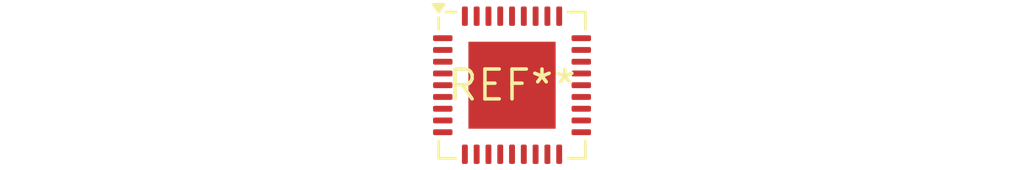
<source format=kicad_pcb>
(kicad_pcb (version 20240108) (generator pcbnew)
  (layers (0 "F.Cu" signal) (31 "B.Cu" signal) (34 "B.Paste" user) (35 "F.Paste" user) (36 "B.SilkS" user "B.Silkscreen") (37 "F.SilkS" user "F.Silkscreen") (38 "B.Mask" user) (39 "F.Mask" user) (44 "Edge.Cuts" user))
  (net 0 "")
  (footprint "QFN-36-1EP_6x6mm_P0.5mm_EP3.7x3.7mm" (layer "F.Cu") (at 0 0)
    (property "Reference" "REF**")
    (property "Value" "QFN-36-1EP_6x6mm_P0.5mm_EP3.7x3.7mm")
    (fp_line (start -3.11 -2.385) (end -3.11 -2.87) (layer "F.SilkS") (stroke (width 0.12)))
    (fp_line (start -3.11 3.11) (end -3.11 2.385) (layer "F.SilkS") (stroke (width 0.12)))
    (fp_line (start -2.385 -3.11) (end -2.81 -3.11) (layer "F.SilkS") (stroke (width 0.12)))
    (fp_line (start -2.385 3.11) (end -3.11 3.11) (layer "F.SilkS") (stroke (width 0.12)))
    (fp_line (start 2.385 -3.11) (end 3.11 -3.11) (layer "F.SilkS") (stroke (width 0.12)))
    (fp_line (start 2.385 3.11) (end 3.11 3.11) (layer "F.SilkS") (stroke (width 0.12)))
    (fp_line (start 3.11 -3.11) (end 3.11 -2.385) (layer "F.SilkS") (stroke (width 0.12)))
    (fp_line (start 3.11 3.11) (end 3.11 2.385) (layer "F.SilkS") (stroke (width 0.12)))
    (fp_poly (pts (xy -3.11 -3.11) (xy -3.35 -3.44) (xy -2.87 -3.44) (xy -3.11 -3.11)) (layer "F.SilkS") (stroke (width 0.12)) (fill solid))
    (pad "1" smd roundrect (at -2.9375 -2) (size 0.825 0.25) (layers "F.Cu" "F.Paste" "F.Mask"))
    (pad "2" smd roundrect (at -2.9375 -1.5) (size 0.825 0.25) (layers "F.Cu" "F.Paste" "F.Mask"))
    (pad "3" smd roundrect (at -2.9375 -1) (size 0.825 0.25) (layers "F.Cu" "F.Paste" "F.Mask"))
    (pad "4" smd roundrect (at -2.9375 -0.5) (size 0.825 0.25) (layers "F.Cu" "F.Paste" "F.Mask"))
    (pad "5" smd roundrect (at -2.9375 0) (size 0.825 0.25) (layers "F.Cu" "F.Paste" "F.Mask"))
    (pad "6" smd roundrect (at -2.9375 0.5) (size 0.825 0.25) (layers "F.Cu" "F.Paste" "F.Mask"))
    (pad "7" smd roundrect (at -2.9375 1) (size 0.825 0.25) (layers "F.Cu" "F.Paste" "F.Mask"))
    (pad "8" smd roundrect (at -2.9375 1.5) (size 0.825 0.25) (layers "F.Cu" "F.Paste" "F.Mask"))
    (pad "9" smd roundrect (at -2.9375 2) (size 0.825 0.25) (layers "F.Cu" "F.Paste" "F.Mask"))
    (pad "10" smd roundrect (at -2 2.9375) (size 0.25 0.825) (layers "F.Cu" "F.Paste" "F.Mask"))
    (pad "11" smd roundrect (at -1.5 2.9375) (size 0.25 0.825) (layers "F.Cu" "F.Paste" "F.Mask"))
    (pad "12" smd roundrect (at -1 2.9375) (size 0.25 0.825) (layers "F.Cu" "F.Paste" "F.Mask"))
    (pad "13" smd roundrect (at -0.5 2.9375) (size 0.25 0.825) (layers "F.Cu" "F.Paste" "F.Mask"))
    (pad "14" smd roundrect (at 0 2.9375) (size 0.25 0.825) (layers "F.Cu" "F.Paste" "F.Mask"))
    (pad "15" smd roundrect (at 0.5 2.9375) (size 0.25 0.825) (layers "F.Cu" "F.Paste" "F.Mask"))
    (pad "16" smd roundrect (at 1 2.9375) (size 0.25 0.825) (layers "F.Cu" "F.Paste" "F.Mask"))
    (pad "17" smd roundrect (at 1.5 2.9375) (size 0.25 0.825) (layers "F.Cu" "F.Paste" "F.Mask"))
    (pad "18" smd roundrect (at 2 2.9375) (size 0.25 0.825) (layers "F.Cu" "F.Paste" "F.Mask"))
    (pad "19" smd roundrect (at 2.9375 2) (size 0.825 0.25) (layers "F.Cu" "F.Paste" "F.Mask"))
    (pad "20" smd roundrect (at 2.9375 1.5) (size 0.825 0.25) (layers "F.Cu" "F.Paste" "F.Mask"))
    (pad "21" smd roundrect (at 2.9375 1) (size 0.825 0.25) (layers "F.Cu" "F.Paste" "F.Mask"))
    (pad "22" smd roundrect (at 2.9375 0.5) (size 0.825 0.25) (layers "F.Cu" "F.Paste" "F.Mask"))
    (pad "23" smd roundrect (at 2.9375 0) (size 0.825 0.25) (layers "F.Cu" "F.Paste" "F.Mask"))
    (pad "24" smd roundrect (at 2.9375 -0.5) (size 0.825 0.25) (layers "F.Cu" "F.Paste" "F.Mask"))
    (pad "25" smd roundrect (at 2.9375 -1) (size 0.825 0.25) (layers "F.Cu" "F.Paste" "F.Mask"))
    (pad "26" smd roundrect (at 2.9375 -1.5) (size 0.825 0.25) (layers "F.Cu" "F.Paste" "F.Mask"))
    (pad "27" smd roundrect (at 2.9375 -2) (size 0.825 0.25) (layers "F.Cu" "F.Paste" "F.Mask"))
    (pad "28" smd roundrect (at 2 -2.9375) (size 0.25 0.825) (layers "F.Cu" "F.Paste" "F.Mask"))
    (pad "29" smd roundrect (at 1.5 -2.9375) (size 0.25 0.825) (layers "F.Cu" "F.Paste" "F.Mask"))
    (pad "30" smd roundrect (at 1 -2.9375) (size 0.25 0.825) (layers "F.Cu" "F.Paste" "F.Mask"))
    (pad "31" smd roundrect (at 0.5 -2.9375) (size 0.25 0.825) (layers "F.Cu" "F.Paste" "F.Mask"))
    (pad "32" smd roundrect (at 0 -2.9375) (size 0.25 0.825) (layers "F.Cu" "F.Paste" "F.Mask"))
    (pad "33" smd roundrect (at -0.5 -2.9375) (size 0.25 0.825) (layers "F.Cu" "F.Paste" "F.Mask"))
    (pad "34" smd roundrect (at -1 -2.9375) (size 0.25 0.825) (layers "F.Cu" "F.Paste" "F.Mask"))
    (pad "35" smd roundrect (at -1.5 -2.9375) (size 0.25 0.825) (layers "F.Cu" "F.Paste" "F.Mask"))
    (pad "36" smd roundrect (at -2 -2.9375) (size 0.25 0.825) (layers "F.Cu" "F.Paste" "F.Mask"))
    (pad "37" smd rect (at 0 0) (size 3.7 3.7) (property pad_prop_heatsink) (layers "F.Cu" "F.Mask"))
  )
)
</source>
